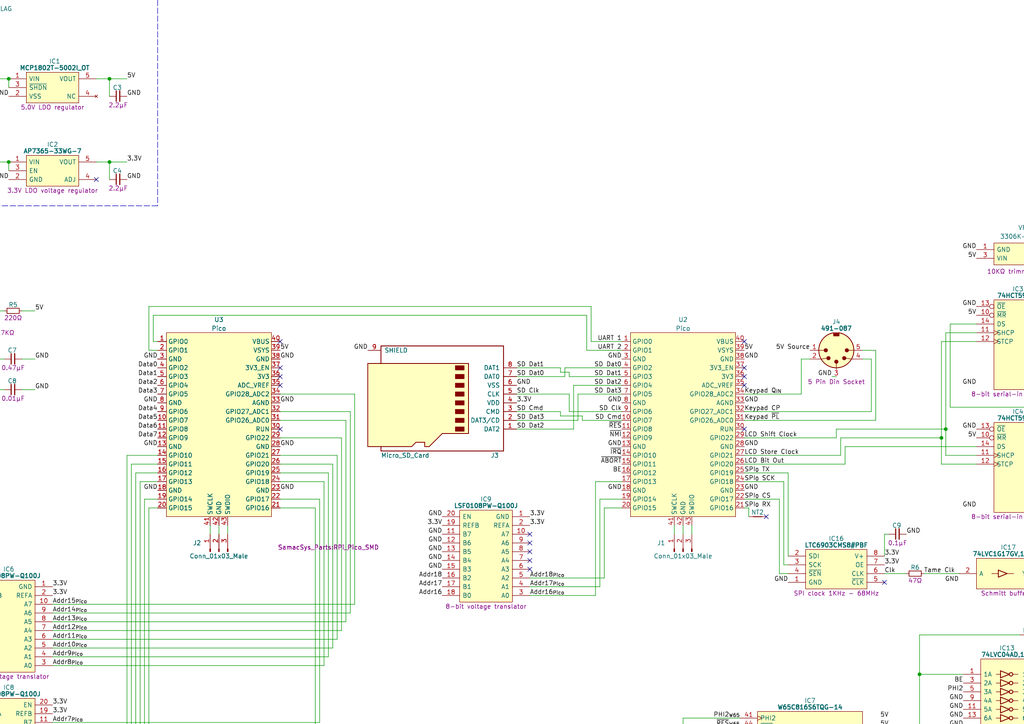
<source format=kicad_sch>
(kicad_sch (version 20211123) (generator eeschema)
  (paper "A4")
  (junction (at 266.7 213.36))
  (junction (at 231.14 285.75))
  (junction (at -2.54 90.17))
  (junction (at -1.27 -16.51))
  (junction (at -44.45 -16.51))
  (junction (at 228.6 283.21))
  (junction (at 266.7 195.58))
  (junction (at -54.61 156.21))
  (junction (at -33.02 -1.27))
  (junction (at 273.05 127))
  (junction (at 243.84 298.45))
  (junction (at -12.7 22.86))
  (junction (at -12.7 46.99))
  (junction (at -44.45 -1.27))
  (junction (at 226.06 280.67))
  (junction (at -33.02 -16.51))
  (junction (at -12.7 27.94))
  (junction (at 30.48 -15.24))
  (junction (at 236.22 290.83))
  (junction (at 31.75 22.86))
  (junction (at 238.76 293.37))
  (junction (at 31.75 46.99))
  (junction (at -25.4 22.86))
  (junction (at -10.16 101.6))
  (junction (at 233.68 288.29))
  (junction (at 2.54 46.99))
  (junction (at -1.27 -1.27))
  (junction (at -2.54 101.6))
  (junction (at 274.32 124.46))
  (junction (at -39.37 33.02))
  (junction (at 2.54 22.86))
  (junction (at 241.3 295.91))
  (no_connect (at 81.28 106.68))
  (no_connect (at 215.9 109.22))
  (no_connect (at 215.9 106.68))
  (no_connect (at 215.9 99.06))
  (no_connect (at 215.9 111.76))
  (no_connect (at 153.67 162.56))
  (no_connect (at 153.67 160.02))
  (no_connect (at 153.67 154.94))
  (no_connect (at 153.67 157.48))
  (no_connect (at 153.67 165.1))
  (no_connect (at 377.19 73.66))
  (no_connect (at 377.19 71.12))
  (no_connect (at 377.19 66.04))
  (no_connect (at 367.03 86.36))
  (no_connect (at 377.19 68.58))
  (no_connect (at 364.49 86.36))
  (no_connect (at 364.49 53.34))
  (no_connect (at 367.03 53.34))
  (no_connect (at 361.95 53.34))
  (no_connect (at 359.41 53.34))
  (no_connect (at 351.79 53.34))
  (no_connect (at 354.33 53.34))
  (no_connect (at 356.87 53.34))
  (no_connect (at 331.47 53.34))
  (no_connect (at 334.01 53.34))
  (no_connect (at 328.93 53.34))
  (no_connect (at 336.55 53.34))
  (no_connect (at 349.25 53.34))
  (no_connect (at 346.71 53.34))
  (no_connect (at 341.63 53.34))
  (no_connect (at 344.17 53.34))
  (no_connect (at 339.09 53.34))
  (no_connect (at 308.61 99.06))
  (no_connect (at 308.61 96.52))
  (no_connect (at 308.61 101.6))
  (no_connect (at 308.61 93.98))
  (no_connect (at 185.42 267.97))
  (no_connect (at 185.42 270.51))
  (no_connect (at -16.51 135.89))
  (no_connect (at 81.28 99.06))
  (no_connect (at -16.51 125.73))
  (no_connect (at 81.28 111.76))
  (no_connect (at 304.8 203.2))
  (no_connect (at 304.8 205.74))
  (no_connect (at 304.8 208.28))
  (no_connect (at 298.45 313.69))
  (no_connect (at 298.45 311.15))
  (no_connect (at 298.45 308.61))
  (no_connect (at 298.45 318.77))
  (no_connect (at 298.45 316.23))
  (no_connect (at 215.9 124.46))
  (no_connect (at 27.94 52.07))
  (no_connect (at 81.28 109.22))
  (no_connect (at 222.25 149.86))
  (no_connect (at 81.28 124.46))
  (no_connect (at 256.54 168.91))
  (no_connect (at -16.51 130.81))
  (no_connect (at 308.61 111.76))
  (wire (pts (xy 201.93 215.9) (xy 201.93 260.35)))
  (wire (pts (xy 283.21 132.08) (xy 274.32 132.08)))
  (wire (pts (xy -1.27 -1.27) (xy -33.02 -1.27)))
  (wire (pts (xy 241.3 295.91) (xy 241.3 323.85)))
  (wire (pts (xy -10.16 101.6) (xy -13.97 101.6)))
  (wire (pts (xy 215.9 147.32) (xy 217.17 147.32)))
  (wire (pts (xy 243.84 127) (xy 273.05 127)))
  (wire (pts (xy 231.14 313.69) (xy 246.38 313.69)))
  (wire (pts (xy -44.45 -16.51) (xy -54.61 -16.51)))
  (wire (pts (xy 172.72 172.72) (xy 172.72 139.7)))
  (wire (pts (xy 45.72 144.78) (xy 41.91 144.78)))
  (wire (pts (xy -44.45 128.27) (xy -41.91 128.27)))
  (wire (pts (xy 280.67 228.6) (xy 255.27 228.6)))
  (wire (pts (xy 243.84 298.45) (xy 243.84 326.39)))
  (wire (pts (xy 278.13 243.84) (xy 255.27 243.84)))
  (wire (pts (xy -60.96 99.06) (xy -60.96 82.55)))
  (wire (pts (xy -39.37 33.02) (xy -25.4 33.02)))
  (wire (pts (xy 228.6 137.16) (xy 228.6 161.29)))
  (wire (pts (xy 214.63 218.44) (xy 203.2 218.44)))
  (wire (pts (xy 60.96 154.94) (xy 60.96 152.4)))
  (wire (pts (xy 252.73 104.14) (xy 250.19 104.14)))
  (wire (pts (xy 99.06 127) (xy 99.06 182.88)))
  (wire (pts (xy 175.26 167.64) (xy 153.67 167.64)))
  (wire (pts (xy -12.7 27.94) (xy -12.7 46.99)))
  (wire (pts (xy 81.28 114.3) (xy 102.87 114.3)))
  (wire (pts (xy 280.67 238.76) (xy 255.27 238.76)))
  (wire (pts (xy 308.61 137.16) (xy 344.17 137.16)))
  (wire (pts (xy 269.24 273.05) (xy 269.24 261.62)))
  (wire (pts (xy 361.95 104.14) (xy 361.95 86.36)))
  (wire (pts (xy 243.84 326.39) (xy 246.38 326.39)))
  (wire (pts (xy -60.96 123.19) (xy -41.91 123.19)))
  (wire (pts (xy -12.7 22.86) (xy 2.54 22.86)))
  (wire (pts (xy 96.52 187.96) (xy 15.24 187.96)))
  (wire (pts (xy 38.1 224.79) (xy 15.24 224.79)))
  (wire (pts (xy 81.28 134.62) (xy 96.52 134.62)))
  (wire (pts (xy 81.28 139.7) (xy 93.98 139.7)))
  (wire (pts (xy 280.67 273.05) (xy 269.24 273.05)))
  (wire (pts (xy 44.45 99.06) (xy 45.72 99.06)))
  (wire (pts (xy 92.71 144.78) (xy 92.71 209.55)))
  (wire (pts (xy 266.7 195.58) (xy 279.4 195.58)))
  (wire (pts (xy 344.17 137.16) (xy 344.17 86.36)))
  (wire (pts (xy 328.93 86.36) (xy 328.93 87.63)))
  (wire (pts (xy 215.9 119.38) (xy 252.73 119.38)))
  (wire (pts (xy 349.25 132.08) (xy 349.25 86.36)))
  (wire (pts (xy 43.18 147.32) (xy 43.18 214.63)))
  (wire (pts (xy 81.28 137.16) (xy 95.25 137.16)))
  (wire (pts (xy 203.2 262.89) (xy 185.42 262.89)))
  (wire (pts (xy 271.78 267.97) (xy 271.78 256.54)))
  (wire (pts (xy 2.54 46.99) (xy 2.54 49.53)))
  (wire (pts (xy -25.4 22.86) (xy -12.7 22.86)))
  (wire (pts (xy 40.64 219.71) (xy 15.24 219.71)))
  (wire (pts (xy 226.06 166.37) (xy 228.6 166.37)))
  (wire (pts (xy 236.22 318.77) (xy 246.38 318.77)))
  (wire (pts (xy 242.57 127) (xy 242.57 124.46)))
  (wire (pts (xy -10.16 101.6) (xy -2.54 101.6)))
  (wire (pts (xy 308.61 132.08) (xy 349.25 132.08)))
  (wire (pts (xy 180.34 121.92) (xy 168.91 121.92)))
  (wire (pts (xy 101.6 119.38) (xy 101.6 177.8)))
  (wire (pts (xy -44.45 99.06) (xy -60.96 99.06)))
  (polyline (pts (xy 45.72 -34.29) (xy 45.72 59.69)))
  (wire (pts (xy 273.05 265.43) (xy 280.67 265.43)))
  (wire (pts (xy -53.34 33.02) (xy -39.37 33.02)))
  (wire (pts (xy 241.3 295.91) (xy 185.42 295.91)))
  (wire (pts (xy 273.05 323.85) (xy 269.24 323.85)))
  (wire (pts (xy 255.27 254) (xy 273.05 254)))
  (wire (pts (xy 27.94 46.99) (xy 31.75 46.99)))
  (wire (pts (xy 320.04 91.44) (xy 320.04 73.66)))
  (wire (pts (xy 185.42 288.29) (xy 233.68 288.29)))
  (wire (pts (xy 274.32 262.89) (xy 274.32 251.46)))
  (wire (pts (xy 250.19 101.6) (xy 254 101.6)))
  (wire (pts (xy 273.05 99.06) (xy 273.05 127)))
  (wire (pts (xy 31.75 22.86) (xy 31.75 27.94)))
  (wire (pts (xy 180.34 109.22) (xy 165.1 109.22)))
  (wire (pts (xy 102.87 175.26) (xy 15.24 175.26)))
  (wire (pts (xy 283.21 93.98) (xy 275.59 93.98)))
  (wire (pts (xy 256.54 161.29) (xy 256.54 154.94)))
  (wire (pts (xy 81.28 121.92) (xy 100.33 121.92)))
  (wire (pts (xy -33.02 -16.51) (xy -26.67 -16.51)))
  (wire (pts (xy 203.2 218.44) (xy 203.2 262.89)))
  (wire (pts (xy 280.67 255.27) (xy 278.13 255.27)))
  (wire (pts (xy 81.28 144.78) (xy 92.71 144.78)))
  (wire (pts (xy 10.16 104.14) (xy 6.35 104.14)))
  (polyline (pts (xy 45.72 59.69) (xy -58.42 59.69)))
  (wire (pts (xy 255.27 213.36) (xy 266.7 213.36)))
  (wire (pts (xy 312.42 118.11) (xy 312.42 147.32)))
  (wire (pts (xy 172.72 139.7) (xy 180.34 139.7)))
  (wire (pts (xy -44.45 -16.51) (xy -44.45 -12.7)))
  (wire (pts (xy 180.34 147.32) (xy 175.26 147.32)))
  (wire (pts (xy 228.6 311.15) (xy 246.38 311.15)))
  (wire (pts (xy 162.56 120.65) (xy 162.56 119.38)))
  (wire (pts (xy -2.54 90.17) (xy -2.54 93.98)))
  (wire (pts (xy -1.27 -8.89) (xy -1.27 -1.27)))
  (wire (pts (xy 270.51 270.51) (xy 280.67 270.51)))
  (wire (pts (xy 144.78 273.05) (xy 187.96 273.05)))
  (wire (pts (xy 331.47 86.36) (xy 331.47 90.17)))
  (wire (pts (xy 167.64 114.3) (xy 167.64 121.92)))
  (wire (pts (xy 180.34 99.06) (xy 171.45 99.06)))
  (wire (pts (xy 275.59 93.98) (xy 275.59 118.11)))
  (wire (pts (xy 255.27 259.08) (xy 270.51 259.08)))
  (wire (pts (xy 204.47 223.52) (xy 204.47 265.43)))
  (wire (pts (xy 168.91 121.92) (xy 168.91 120.65)))
  (wire (pts (xy 214.63 223.52) (xy 204.47 223.52)))
  (wire (pts (xy 198.12 154.94) (xy 198.12 152.4)))
  (wire (pts (xy 166.37 111.76) (xy 166.37 124.46)))
  (wire (pts (xy 171.45 99.06) (xy 171.45 88.9)))
  (wire (pts (xy 278.13 255.27) (xy 278.13 243.84)))
  (wire (pts (xy 166.37 124.46) (xy 149.86 124.46)))
  (wire (pts (xy 359.41 106.68) (xy 359.41 86.36)))
  (wire (pts (xy 269.24 261.62) (xy 255.27 261.62)))
  (wire (pts (xy 81.28 147.32) (xy 91.44 147.32)))
  (wire (pts (xy 283.21 99.06) (xy 273.05 99.06)))
  (wire (pts (xy -33.02 -16.51) (xy -44.45 -16.51)))
  (wire (pts (xy 185.42 252.73) (xy 198.12 252.73)))
  (wire (pts (xy 254 121.92) (xy 215.9 121.92)))
  (wire (pts (xy 356.87 109.22) (xy 356.87 86.36)))
  (wire (pts (xy -44.45 130.81) (xy -44.45 133.35)))
  (wire (pts (xy 101.6 177.8) (xy 15.24 177.8)))
  (wire (pts (xy 162.56 107.95) (xy 162.56 106.68)))
  (wire (pts (xy 31.75 22.86) (xy 36.83 22.86)))
  (wire (pts (xy 170.18 91.44) (xy 44.45 91.44)))
  (wire (pts (xy 280.67 257.81) (xy 276.86 257.81)))
  (wire (pts (xy 283.21 134.62) (xy 273.05 134.62)))
  (wire (pts (xy 255.27 248.92) (xy 275.59 248.92)))
  (wire (pts (xy 320.04 73.66) (xy 308.61 73.66)))
  (wire (pts (xy 231.14 276.86) (xy 231.14 285.75)))
  (wire (pts (xy 198.12 252.73) (xy 198.12 208.28)))
  (wire (pts (xy -10.16 82.55) (xy -10.16 101.6)))
  (wire (pts (xy 199.39 210.82) (xy 199.39 255.27)))
  (wire (pts (xy 312.42 147.32) (xy 308.61 147.32)))
  (wire (pts (xy -60.96 101.6) (xy -60.96 123.19)))
  (wire (pts (xy 273.05 326.39) (xy 269.24 326.39)))
  (polyline (pts (xy 45.72 -34.29) (xy -58.42 -34.29)))
  (wire (pts (xy 341.63 86.36) (xy 341.63 139.7)))
  (wire (pts (xy 175.26 147.32) (xy 175.26 167.64)))
  (wire (pts (xy 187.96 275.59) (xy 185.42 275.59)))
  (wire (pts (xy 233.68 316.23) (xy 246.38 316.23)))
  (wire (pts (xy 273.05 318.77) (xy 269.24 318.77)))
  (wire (pts (xy 308.61 129.54) (xy 351.79 129.54)))
  (wire (pts (xy 41.91 144.78) (xy 41.91 217.17)))
  (wire (pts (xy 81.28 132.08) (xy 97.79 132.08)))
  (wire (pts (xy 45.72 147.32) (xy 43.18 147.32)))
  (wire (pts (xy 30.48 -8.89) (xy -1.27 -8.89)))
  (wire (pts (xy 252.73 119.38) (xy 252.73 104.14)))
  (wire (pts (xy 185.42 293.37) (xy 238.76 293.37)))
  (wire (pts (xy 163.83 109.22) (xy 149.86 109.22)))
  (wire (pts (xy 232.41 104.14) (xy 234.95 104.14)))
  (wire (pts (xy 31.75 46.99) (xy 36.83 46.99)))
  (wire (pts (xy 215.9 144.78) (xy 226.06 144.78)))
  (wire (pts (xy -7.62 99.06) (xy -13.97 99.06)))
  (wire (pts (xy 256.54 166.37) (xy 262.89 166.37)))
  (wire (pts (xy 226.06 280.67) (xy 226.06 276.86)))
  (wire (pts (xy 280.67 233.68) (xy 255.27 233.68)))
  (wire (pts (xy 215.9 114.3) (xy 232.41 114.3)))
  (wire (pts (xy 41.91 217.17) (xy 15.24 217.17)))
  (wire (pts (xy 200.66 154.94) (xy 200.66 152.4)))
  (wire (pts (xy -33.02 -11.43) (xy -33.02 -7.62)))
  (wire (pts (xy 36.83 132.08) (xy 36.83 227.33)))
  (wire (pts (xy 96.52 134.62) (xy 96.52 187.96)))
  (wire (pts (xy 30.48 -17.78) (xy 27.94 -17.78)))
  (wire (pts (xy 30.48 -17.78) (xy 30.48 -15.24)))
  (wire (pts (xy 273.05 254) (xy 273.05 265.43)))
  (wire (pts (xy 93.98 139.7) (xy 93.98 193.04)))
  (wire (pts (xy 273.05 127) (xy 273.05 134.62)))
  (wire (pts (xy 187.96 273.05) (xy 187.96 275.59)))
  (wire (pts (xy 351.79 129.54) (xy 351.79 86.36)))
  (wire (pts (xy 236.22 290.83) (xy 185.42 290.83)))
  (wire (pts (xy 215.9 139.7) (xy 227.33 139.7)))
  (wire (pts (xy -25.4 33.02) (xy -25.4 31.75)))
  (wire (pts (xy 245.11 129.54) (xy 245.11 134.62)))
  (wire (pts (xy -2.54 101.6) (xy -2.54 99.06)))
  (wire (pts (xy 27.94 22.86) (xy 31.75 22.86)))
  (wire (pts (xy -31.75 22.86) (xy -25.4 22.86)))
  (wire (pts (xy 241.3 276.86) (xy 241.3 295.91)))
  (wire (pts (xy 43.18 88.9) (xy 43.18 101.6)))
  (wire (pts (xy 1.27 104.14) (xy -2.54 104.14)))
  (wire (pts (xy -33.02 -1.27) (xy -33.02 -2.54)))
  (wire (pts (xy 270.51 259.08) (xy 270.51 270.51)))
  (wire (pts (xy 295.91 184.15) (xy 266.7 184.15)))
  (wire (pts (xy 63.5 154.94) (xy 63.5 152.4)))
  (wire (pts (xy -1.27 -16.51) (xy 5.08 -16.51)))
  (wire (pts (xy 308.61 106.68) (xy 359.41 106.68)))
  (polyline (pts (xy -58.42 59.69) (xy -58.42 -34.29)))
  (wire (pts (xy 162.56 106.68) (xy 149.86 106.68)))
  (wire (pts (xy 228.6 283.21) (xy 228.6 276.86)))
  (wire (pts (xy 308.61 134.62) (xy 346.71 134.62)))
  (wire (pts (xy 97.79 185.42) (xy 15.24 185.42)))
  (wire (pts (xy 201.93 260.35) (xy 185.42 260.35)))
  (wire (pts (xy -44.45 125.73) (xy -44.45 128.27)))
  (wire (pts (xy -12.7 46.99) (xy -12.7 52.07)))
  (wire (pts (xy 44.45 91.44) (xy 44.45 99.06)))
  (wire (pts (xy 236.22 276.86) (xy 236.22 290.83)))
  (wire (pts (xy 185.42 280.67) (xy 226.06 280.67)))
  (wire (pts (xy 170.18 101.6) (xy 170.18 91.44)))
  (wire (pts (xy 273.05 308.61) (xy 269.24 308.61)))
  (wire (pts (xy 280.67 267.97) (xy 271.78 267.97)))
  (wire (pts (xy 227.33 139.7) (xy 227.33 163.83)))
  (wire (pts (xy 280.67 236.22) (xy 255.27 236.22)))
  (wire (pts (xy 45.72 139.7) (xy 40.64 139.7)))
  (wire (pts (xy -54.61 156.21) (xy -53.34 156.21)))
  (wire (pts (xy 45.72 134.62) (xy 38.1 134.62)))
  (wire (pts (xy 273.05 316.23) (xy 269.24 316.23)))
  (wire (pts (xy 241.3 109.22) (xy 242.57 109.22)))
  (wire (pts (xy 274.32 124.46) (xy 274.32 132.08)))
  (wire (pts (xy -33.02 -1.27) (xy -44.45 -1.27)))
  (wire (pts (xy 331.47 90.17) (xy 327.66 90.17)))
  (wire (pts (xy 275.59 118.11) (xy 312.42 118.11)))
  (wire (pts (xy -60.96 82.55) (xy -10.16 82.55)))
  (wire (pts (xy 10.16 90.17) (xy 6.35 90.17)))
  (wire (pts (xy 245.11 129.54) (xy 283.21 129.54)))
  (wire (pts (xy 15.24 214.63) (xy 43.18 214.63)))
  (wire (pts (xy 163.83 106.68) (xy 163.83 109.22)))
  (wire (pts (xy -53.34 163.83) (xy -54.61 163.83)))
  (wire (pts (xy -44.45 101.6) (xy -60.96 101.6)))
  (wire (pts (xy 173.99 170.18) (xy 153.67 170.18)))
  (wire (pts (xy 245.11 134.62) (xy 215.9 134.62)))
  (wire (pts (xy 266.7 195.58) (xy 266.7 213.36)))
  (wire (pts (xy 336.55 144.78) (xy 336.55 86.36)))
  (wire (pts (xy 215.9 137.16) (xy 228.6 137.16)))
  (wire (pts (xy -41.91 130.81) (xy -44.45 130.81)))
  (wire (pts (xy 226.06 308.61) (xy 226.06 280.67)))
  (wire (pts (xy 233.68 288.29) (xy 233.68 276.86)))
  (wire (pts (xy -2.54 101.6) (xy -2.54 104.14)))
  (wire (pts (xy 200.66 213.36) (xy 214.63 213.36)))
  (wire (pts (xy 238.76 321.31) (xy 246.38 321.31)))
  (wire (pts (xy 30.48 -15.24) (xy 30.48 -8.89)))
  (wire (pts (xy 308.61 109.22) (xy 356.87 109.22)))
  (wire (pts (xy -12.7 22.86) (xy -12.7 27.94)))
  (wire (pts (xy 162.56 119.38) (xy 149.86 119.38)))
  (wire (pts (xy 97.79 132.08) (xy 97.79 185.42)))
  (wire (pts (xy 215.9 132.08) (xy 243.84 132.08)))
  (wire (pts (xy 308.61 127) (xy 354.33 127)))
  (wire (pts (xy 165.1 119.38) (xy 180.34 119.38)))
  (wire (pts (xy -2.54 90.17) (xy 1.27 90.17)))
  (wire (pts (xy -7.62 104.14) (xy -7.62 113.03)))
  (wire (pts (xy -41.91 125.73) (xy -44.45 125.73)))
  (wire (pts (xy 40.64 139.7) (xy 40.64 219.71)))
  (wire (pts (xy -11.43 -16.51) (xy -1.27 -16.51)))
  (wire (pts (xy -54.61 22.86) (xy -46.99 22.86)))
  (wire (pts (xy 168.91 120.65) (xy 162.56 120.65)))
  (wire (pts (xy 214.63 210.82) (xy 199.39 210.82)))
  (wire (pts (xy 217.17 147.32) (xy 217.17 149.86)))
  (wire (pts (xy -7.62 90.17) (xy -7.62 99.06)))
  (wire (pts (xy -13.97 104.14) (xy -7.62 104.14)))
  (wire (pts (xy 36.83 227.33) (xy 15.24 227.33)))
  (wire (pts (xy 227.33 163.83) (xy 228.6 163.83)))
  (wire (pts (xy -7.62 90.17) (xy -2.54 90.17)))
  (wire (pts (xy 280.67 231.14) (xy 255.27 231.14)))
  (wire (pts (xy 165.1 107.95) (xy 162.56 107.95)))
  (wire (pts (xy 231.14 285.75) (xy 231.14 313.69)))
  (wire (pts (xy 267.97 166.37) (xy 278.13 166.37)))
  (wire (pts (xy 185.42 283.21) (xy 228.6 283.21)))
  (wire (pts (xy 273.05 321.31) (xy 269.24 321.31)))
  (wire (pts (xy 328.93 87.63) (xy 327.66 87.63)))
  (wire (pts (xy 232.41 114.3) (xy 232.41 104.14)))
  (wire (pts (xy 165.1 109.22) (xy 165.1 107.95)))
  (wire (pts (xy 256.54 154.94) (xy 257.81 154.94)))
  (wire (pts (xy 2.54 25.4) (xy 2.54 22.86)))
  (wire (pts (xy 45.72 137.16) (xy 39.37 137.16)))
  (wire (pts (xy 100.33 180.34) (xy 15.24 180.34)))
  (wire (pts (xy 236.22 290.83) (xy 236.22 318.77)))
  (wire (pts (xy 243.84 298.45) (xy 243.84 276.86)))
  (wire (pts (xy 165.1 114.3) (xy 165.1 119.38)))
  (wire (pts (xy 215.9 127) (xy 242.57 127)))
  (wire (pts (xy 254 101.6) (xy 254 121.92)))
  (wire (pts (xy 180.34 114.3) (xy 167.64 114.3)))
  (wire (pts (xy 43.18 101.6) (xy 45.72 101.6)))
  (wire (pts (xy 93.98 193.04) (xy 15.24 193.04)))
  (wire (pts (xy 30.48 -15.24) (xy 27.94 -15.24)))
  (wire (pts (xy 199.39 255.27) (xy 185.42 255.27)))
  (wire (pts (xy 354.33 127) (xy 354.33 86.36)))
  (wire (pts (xy 91.44 212.09) (xy 15.24 212.09)))
  (wire (pts (xy 81.28 127) (xy 99.06 127)))
  (wire (pts (xy 339.09 86.36) (xy 339.09 142.24)))
  (wire (pts (xy 246.38 308.61) (xy 226.06 308.61)))
  (wire (pts (xy 339.09 142.24) (xy 308.61 142.24)))
  (wire (pts (xy 274.32 96.52) (xy 274.32 124.46)))
  (wire (pts (xy 238.76 293.37) (xy 238.76 321.31)))
  (wire (pts (xy 102.87 114.3) (xy 102.87 175.26)))
  (wire (pts (xy 346.71 134.62) (xy 346.71 86.36)))
  (wire (pts (xy -39.37 30.48) (xy -39.37 33.02)))
  (wire (pts (xy 276.86 246.38) (xy 255.27 246.38)))
  (wire (pts (xy 238.76 293.37) (xy 238.76 276.86)))
  (wire (pts (xy 283.21 96.52) (xy 274.32 96.52)))
  (wire (pts (xy 149.86 121.92) (xy 167.64 121.92)))
  (wire (pts (xy 280.67 241.3) (xy 255.27 241.3)))
  (wire (pts (xy 243.84 132.08) (xy 243.84 127)))
  (wire (pts (xy 274.32 251.46) (xy 255.27 251.46)))
  (wire (pts (xy 45.72 132.08) (xy 36.83 132.08)))
  (wire (pts (xy -52.07 135.89) (xy -41.91 135.89)))
  (wire (pts (xy 153.67 172.72) (xy 172.72 172.72)))
  (wire (pts (xy 308.61 104.14) (xy 361.95 104.14)))
  (wire (pts (xy 185.42 298.45) (xy 243.84 298.45)))
  (wire (pts (xy 39.37 137.16) (xy 39.37 222.25)))
  (wire (pts (xy 171.45 88.9) (xy 43.18 88.9)))
  (wire (pts (xy 95.25 137.16) (xy 95.25 190.5)))
  (wire (pts (xy 92.71 209.55) (xy 15.24 209.55)))
  (wire (pts (xy 266.7 213.36) (xy 266.7 278.13)))
  (wire (pts (xy -12.7 46.99) (xy 2.54 46.99)))
  (wire (pts (xy -1.27 -17.78) (xy -1.27 -16.51)))
  (wire (pts (xy 198.12 208.28) (xy 214.63 208.28)))
  (wire (pts (xy 304.8 184.15) (xy 300.99 184.15)))
  (wire (pts (xy 173.99 144.78) (xy 173.99 170.18)))
  (wire (pts (xy 99.06 182.88) (xy 15.24 182.88)))
  (wire (pts (xy 180.34 106.68) (xy 163.83 106.68)))
  (wire (pts (xy -53.34 -1.27) (xy -44.45 -1.27)))
  (wire (pts (xy -25.4 24.13) (xy -25.4 22.86)))
  (wire (pts (xy -7.62 113.03) (xy 1.27 113.03)))
  (wire (pts (xy 334.01 91.44) (xy 320.04 91.44)))
  (wire (pts (xy 280.67 226.06) (xy 255.27 226.06)))
  (wire (pts (xy 242.57 124.46) (xy 274.32 124.46)))
  (wire (pts (xy 273.05 313.69) (xy 269.24 313.69)))
  (wire (pts (xy 149.86 114.3) (xy 165.1 114.3)))
  (wire (pts (xy -54.61 -16.51) (xy -54.61 22.86)))
  (wire (pts (xy 31.75 52.07) (xy 31.75 46.99)))
  (wire (pts (xy 334.01 86.36) (xy 334.01 91.44)))
  (wire (pts (xy 275.59 260.35) (xy 280.67 260.35)))
  (wire (pts (xy -54.61 163.83) (xy -54.61 156.21)))
  (wire (pts (xy 266.7 184.15) (xy 266.7 195.58)))
  (wire (pts (xy 308.61 144.78) (xy 336.55 144.78)))
  (wire (pts (xy 100.33 121.92) (xy 100.33 180.34)))
  (wire (pts (xy 226.06 144.78) (xy 226.06 166.37)))
  (wire (pts (xy 180.34 101.6) (xy 170.18 101.6)))
  (wire (pts (xy 280.67 223.52) (xy 255.27 223.52)))
  (wire (pts (xy -44.45 133.35) (xy -41.91 133.35)))
  (wire (pts (xy -53.34 33.02) (xy -53.34 -1.27)))
  (wire (pts (xy -63.5 135.89) (xy -57.15 135.89)))
  (wire (pts (xy 180.34 144.78) (xy 173.99 144.78)))
  (wire (pts (xy 10.16 113.03) (xy 6.35 113.03)))
  (wire (pts (xy 276.86 257.81) (xy 276.86 246.38)))
  (wire (pts (xy 185.42 257.81) (xy 200.66 257.81)))
  (wire (pts (xy 214.63 215.9) (xy 201.93 215.9)))
  (wire (pts (xy 81.28 119.38) (xy 101.6 119.38)))
  (wire (pts (xy 39.37 222.25) (xy 15.24 222.25)))
  (wire (pts (xy 38.1 134.62) (xy 38.1 224.79)))
  (wire (pts (xy 185.42 265.43) (xy 204.47 265.43)))
  (wire (pts (xy 231.14 285.75) (xy 185.42 285.75)))
  (wire (pts (xy 200.66 257.81) (xy 200.66 213.36)))
  (wire (pts (xy 280.67 262.89) (xy 274.32 262.89)))
  (wire (pts (xy 266.7 278.13) (xy 185.42 278.13)))
  (wire (pts (xy 275.59 248.92) (xy 275.59 260.35)))
  (wire (pts (xy 241.3 323.85) (xy 246.38 323.85)))
  (wire (pts (xy 66.04 154.94) (xy 66.04 152.4)))
  (wire (pts (xy 95.25 190.5) (xy 15.24 190.5)))
  (wire (pts (xy -44.45 -1.27) (xy -44.45 -5.08)))
  (wire (pts (xy 271.78 256.54) (xy 255.27 256.54)))
  (wire (pts (xy 180.34 111.76) (xy 166.37 111.76)))
  (wire (pts (xy -55.88 156.21) (xy -54.61 156.21)))
  (wire (pts (xy 195.58 154.94) (xy 195.58 152.4)))
  (wire (pts (xy 341.63 139.7) (xy 308.61 139.7)))
  (wire (pts (xy 91.44 147.32) (xy 91.44 212.09)))
  (wire (pts (xy 273.05 311.15) (xy 269.24 311.15)))
  (wire (pts (xy 228.6 283.21) (xy 228.6 311.15)))
  (wire (pts (xy 233.68 288.29) (xy 233.68 316.23)))
  (text "Power" (at -7.62 13.97 0) (effects (font (size 1.27 1.27) (thickness 0.254) bold) (justify left bottom)))
  (label "~{ABORT}" (at 180.34 134.62 180))
  (label "GND" (at 180.34 142.24 180))
  (label "DB3" (at 316.23 129.54 0))
  (label "GND" (at 283.21 88.9 180))
  (label "Addr2" (at 303.53 267.97 0))
  (label "~{IRQ}_{W65}" (at 214.63 215.9 180))
  (label "5V Forward" (at -44.45 -16.51 0))
  (label "Addr15" (at -10.16 175.26 180))
  (label "3.3V" (at 15.24 172.72 0))
  (label "BE" (at 279.4 198.12 180))
  (label "Data2" (at 160.02 293.37 180))
  (label "Addr15" (at 328.93 223.52 180))
  (label "RDY" (at 214.63 220.98 180))
  (label "3.3V" (at 15.24 207.01 0))
  (label "3.3V" (at 15.24 204.47 0))
  (label "Data5" (at 45.72 121.92 180))
  (label "3.3V" (at 128.27 152.4 180))
  (label "~{IRQ}" (at 180.34 132.08 180))
  (label "5V" (at 185.42 241.3 0))
  (label "GND" (at 283.21 111.76 180))
  (label "Addr7_{Pico}" (at 15.24 209.55 0))
  (label "5V" (at 327.66 90.17 180))
  (label "DB5" (at 316.23 109.22 0))
  (label "3.3V" (at 328.93 213.36 180))
  (label "Keypad Q_{IN}" (at 215.9 114.3 0))
  (label "Addr11" (at -10.16 185.42 180))
  (label "GND" (at 128.27 165.1 180))
  (label "Addr1_{Pico}" (at 15.24 224.79 0))
  (label "GND" (at 149.86 111.76 0))
  (label "Data6" (at 160.02 283.21 180))
  (label "~{ABORT}_{W65}" (at 214.63 218.44 180))
  (label "GND" (at 36.83 52.07 0))
  (label "Data1" (at 355.6 274.32 270))
  (label "Addr15_{W65}" (at 255.27 223.52 0))
  (label "GND" (at 279.4 203.2 180))
  (label "Data3" (at 350.52 274.32 270))
  (label "GND" (at 160.02 307.34 180))
  (label "GND" (at 283.21 72.39 180))
  (label "Data3_{W65}" (at 223.52 290.83 180))
  (label "3.3V" (at 153.67 149.86 0))
  (label "GND" (at -10.16 204.47 180))
  (label "Addr12" (at 303.53 231.14 0))
  (label "Addr8" (at 328.93 241.3 180))
  (label "3.3V" (at 368.3 210.82 0))
  (label "SD Clk" (at 149.86 114.3 0))
  (label "SD Dat1" (at 149.86 106.68 0))
  (label "~{VP}" (at 255.27 220.98 0))
  (label "LCD Store Clock" (at 215.9 132.08 0))
  (label "Data0_{W65}" (at 223.52 298.45 180))
  (label "GND" (at 81.28 142.24 0))
  (label "Addr13_{Pico}" (at 15.24 180.34 0))
  (label "Addr14_{W65}" (at 255.27 226.06 0))
  (label "GND" (at -40.64 33.02 180))
  (label "5V" (at 255.27 208.28 0))
  (label "Addr9" (at 303.53 238.76 0))
  (label "Addr2_{Pico}" (at 15.24 222.25 0))
  (label "Addr4_{Pico}" (at 15.24 217.17 0))
  (label "DB0" (at 316.23 137.16 0))
  (label "Addr4" (at -10.16 217.17 180))
  (label "GND" (at 328.93 264.16 180))
  (label "~{PHI2}" (at 304.8 200.66 0))
  (label "GND" (at 45.72 129.54 180))
  (label "SD Clk" (at 180.34 119.38 180))
  (label "Data3" (at 45.72 114.3 180))
  (label "5V" (at 308.61 124.46 0))
  (label "Data2" (at 353.06 274.32 270))
  (label "~{RES}" (at 160.02 255.27 180))
  (label "~{PHI2}" (at 273.05 306.07 180))
  (label "Addr10_{Pico}" (at 15.24 187.96 0))
  (label "3.3V" (at 36.83 46.99 0))
  (label "VPA" (at 255.27 218.44 0))
  (label "Addr10_{W65}" (at 255.27 236.22 0))
  (label "Data7" (at 45.72 127 180))
  (label "UART 1" (at 180.34 99.06 180))
  (label "Addr7_{W65}" (at 255.27 243.84 0))
  (label "Addr7" (at 303.53 255.27 0))
  (label "Addr11_{W65}" (at 255.27 233.68 0))
  (label "Data2" (at 45.72 111.76 180))
  (label "Data5" (at 345.44 274.32 270))
  (label "BE" (at 180.34 137.16 180))
  (label "GND" (at 185.42 302.26 0))
  (label "Data0" (at 45.72 106.68 180))
  (label "~{RES}" (at 180.34 124.46 180))
  (label "SD Dat2" (at 149.86 124.46 0))
  (label "GND" (at 214.63 269.24 180))
  (label "BE" (at 160.02 265.43 180))
  (label "GND" (at 214.63 264.16 180))
  (label "Addr17" (at 328.93 218.44 180))
  (label "GND" (at 328.93 266.7 180))
  (label "Addr12" (at 328.93 231.14 180))
  (label "Data2_{W65}" (at 223.52 293.37 180))
  (label "R~{W" (at 439.42 243.84 0))
  (label "~{LED Enable}" (at -55.88 156.21 180))
  (label "~{NMI}" (at 160.02 257.81 180))
  (label "5V Source" (at 234.95 101.6 180))
  (label "Addr15" (at 303.53 223.52 0))
  (label "SPI_{0} SCK" (at 215.9 139.7 0))
  (label "3.3V" (at 160.02 241.3 180))
  (label "Addr0" (at 328.93 261.62 180))
  (label "GND" (at 327.66 87.63 180))
  (label "LCD Shift Clock" (at 215.9 127 0))
  (label "5V" (at 185.42 250.19 0))
  (label "Addr9" (at -10.16 190.5 180))
  (label "VDA" (at 439.42 246.38 0))
  (label "Addr5_{W65}" (at 255.27 248.92 0))
  (label "GND" (at 128.27 149.86 180))
  (label "R~{W}" (at 316.23 142.24 0))
  (label "Addr5_{Pico}" (at 15.24 214.63 0))
  (label "M~{X}" (at 439.42 261.62 0))
  (label "Addr8_{Pico}" (at 15.24 193.04 0))
  (label "Addr6_{Pico}" (at 15.24 212.09 0))
  (label "GND" (at -16.51 123.19 0))
  (label "GND" (at 180.34 116.84 180))
  (label "Addr1" (at -10.16 224.79 180))
  (label "GND" (at -7.62 27.94 0))
  (label "Addr14" (at 328.93 226.06 180))
  (label "SD Dat0" (at 180.34 106.68 180))
  (label "GND" (at -44.45 96.52 180))
  (label "~{PHI2}" (at 119.38 274.32 180))
  (label "SD Dat3" (at 180.34 114.3 180))
  (label "GND" (at 2.54 52.07 180))
  (label "PHI2_{W65}" (at 214.63 208.28 180))
  (label "Addr9_{W65}" (at 255.27 238.76 0))
  (label "RDY" (at 439.42 254 0))
  (label "Addr3" (at -10.16 219.71 180))
  (label "GND" (at 278.13 168.91 180))
  (label "Addr3" (at 328.93 254 180))
  (label "GND" (at 160.02 302.26 180))
  (label "Addr8" (at -10.16 193.04 180))
  (label "PHI2" (at 279.4 200.66 180))
  (label "GND" (at 273.05 328.93 180))
  (label "SD Dat0" (at 149.86 109.22 0))
  (label "Data4_{W65}" (at 223.52 288.29 180))
  (label "Addr15_{Pico}" (at 15.24 175.26 0))
  (label "Clk" (at 256.54 166.37 0))
  (label "Tame Clk" (at 267.97 166.37 0))
  (label "Addr7" (at 328.93 243.84 180))
  (label "Data6" (at 45.72 124.46 180))
  (label "Addr5" (at 328.93 248.92 180))
  (label "Addr9_{Pico}" (at 15.24 190.5 0))
  (label "SD Dat1" (at 180.34 109.22 180))
  (label "Data7" (at 160.02 280.67 180))
  (label "E" (at 316.23 139.7 0))
  (label "Addr3_{W65}" (at 255.27 254 0))
  (label "~{ML}" (at 439.42 256.54 0))
  (label "Addr12" (at -10.16 182.88 180))
  (label "GND" (at 283.21 147.32 180))
  (label "BE_{W65}" (at 214.63 223.52 180))
  (label "Data3" (at 160.02 290.83 180))
  (label "SPI_{0} TX" (at 215.9 137.16 0))
  (label "GND" (at 180.34 104.14 180))
  (label "~{NMI}_{W65}" (at 214.63 213.36 180))
  (label "5V" (at 215.9 101.6 0))
  (label "GND" (at 81.28 129.54 0))
  (label "Addr11" (at 328.93 233.68 180))
  (label "~{WE}" (at 328.93 210.82 180))
  (label "3.3V" (at 368.3 208.28 0))
  (label "Addr0_{Pico}" (at 15.24 227.33 0))
  (label "PHI2" (at 303.53 166.37 0))
  (label "Addr10" (at 303.53 236.22 0))
  (label "DB6" (at 316.23 106.68 0))
  (label "3.3V" (at 15.24 170.18 0))
  (label "Data6" (at 342.9 274.32 270))
  (label "Addr18" (at 128.27 167.64 180))
  (label "Addr17_{Pico}" (at 153.67 170.18 0))
  (label "GND" (at 279.4 205.74 180))
  (label "5V" (at -44.45 104.14 180))
  (label "GND" (at -16.51 133.35 0))
  (label "Addr0" (at -10.16 227.33 180))
  (label "Data5" (at 160.02 285.75 180))
  (label "Data4" (at 45.72 119.38 180))
  (label "Keypad CP" (at 215.9 119.38 0))
  (label "Data0" (at 358.14 274.32 270))
  (label "5V" (at 283.21 74.93 180))
  (label "5V" (at -13.97 96.52 0))
  (label "Addr5" (at -10.16 214.63 180))
  (label "~{BE}" (at 119.38 271.78 180))
  (label "V_{0}" (at 308.61 73.66 0))
  (label "GND" (at 128.27 157.48 180))
  (label "Addr4" (at 303.53 262.89 0))
  (label "~{VP}" (at 439.42 251.46 0))
  (label "Addr0" (at 303.53 273.05 0))
  (label "Addr13_{W65}" (at 255.27 228.6 0))
  (label "M~{X}" (at 255.27 269.24 0))
  (label "Data4" (at 347.98 274.32 270))
  (label "Addr17" (at 298.45 323.85 0))
  (label "SPI_{0} CS" (at 215.9 144.78 0))
  (label "Addr18_{Pico}" (at 153.67 167.64 0))
  (label "RS" (at 316.23 144.78 0))
  (label "~{BE}" (at 273.05 303.53 180))
  (label "5V" (at -48.26 163.83 0))
  (label "GND" (at 215.9 142.24 0))
  (label "GND" (at 185.42 247.65 0))
  (label "Addr2_{W65}" (at 255.27 256.54 0))
  (label "~{BE}" (at 304.8 198.12 0))
  (label "Addr17" (at 128.27 170.18 180))
  (label "3.3V" (at 149.86 116.84 0))
  (label "Addr14" (at 303.53 226.06 0))
  (label "GND" (at 215.9 104.14 0))
  (label "300Hz" (at -63.5 135.89 180))
  (label "~{OE}" (at 328.93 208.28 180))
  (label "Data0" (at 160.02 298.45 180))
  (label "GND" (at -41.91 138.43 180))
  (label "3.3V" (at -10.16 172.72 180))
  (label "3.3V" (at 303.53 163.83 0))
  (label "UART 2" (at 180.34 101.6 180))
  (label "~{ABORT}" (at 160.02 262.89 180))
  (label "3.3V" (at 298.45 303.53 0))
  (label "SPI_{0} RX" (at 215.9 147.32 0))
  (label "Addr6" (at 303.53 257.81 0))
  (label "~{NMI}" (at 180.34 127 180))
  (label "~{WE}" (at 304.8 184.15 0))
  (label "Addr5" (at 303.53 260.35 0))
  (label "GND" (at 10.16 113.03 0))
  (label "GND" (at 214.63 266.7 180))
  (label "Addr4" (at 328.93 251.46 180))
  (label "R~{W" (at 255.27 213.36 0))
  (label "GND" (at 283.21 124.46 180))
  (label "Data5_{W65}" (at 223.52 285.75 180))
  (label "SD Cmd" (at 149.86 119.38 0))
  (label "Addr12_{Pico}" (at 15.24 182.88 0))
  (label "3.3V" (at 144.78 270.51 0))
  (label "Addr3_{Pico}" (at 15.24 219.71 0))
  (label "SD Cmd" (at 180.34 121.92 180))
  (label "5V" (at 10.16 90.17 0))
  (label "GND" (at 45.72 142.24 180))
  (label "Addr16" (at 298.45 326.39 0))
  (label "~{RES}_{W65}" (at 214.63 210.82 180))
  (label "3.3V" (at -10.16 207.01 180))
  (label "GND" (at 119.38 276.86 180))
  (label "Data1_{W65}" (at 223.52 295.91 180))
  (label "GND" (at 160.02 304.8 180))
  (label "~{ML}" (at 255.27 264.16 0))
  (label "GND" (at 36.83 27.94 0))
  (label "5V" (at 308.61 88.9 0))
  (label "~{IRQ}" (at 160.02 260.35 180))
  (label "Addr11_{Pico}" (at 15.24 185.42 0))
  (label "GND" (at 279.4 210.82 180))
  (label "Addr8_{W65}" (at 255.27 241.3 0))
  (label "Addr16_{Pico}" (at 153.67 172.72 0))
  (label "GND" (at 128.27 154.94 180))
  (label "E" (at 439.42 259.08 0))
  (label "GND" (at 106.68 101.6 180))
  (label "SD Dat3" (at 149.86 121.92 0))
  (label "Addr1" (at 303.53 270.51 0))
  (label "Addr13" (at -10.16 180.34 180))
  (label "Data6_{W65}" (at 223.52 283.21 180))
  (label "5V" (at 81.28 101.6 0))
  (label "DB7" (at 316.23 104.14 0))
  (label "GND" (at 180.34 129.54 180))
  (label "Addr14" (at -10.16 177.8 180))
  (label "Data1" (at 160.02 295.91 180))
  (label "GND" (at 81.28 104.14 0))
  (label "DB4" (at 316.23 127 0))
  (label "Addr7" (at -10.16 209.55 180))
  (label "5V Source" (at -12.7 22.86 0))
  (label "Addr18" (at 298.45 321.31 0))
  (label "DB2" (at 316.23 132.08 0))
  (label "3.3V" (at 256.54 161.29 0))
  (label "Addr1" (at 328.93 259.08 180))
  (label "Data4" (at 160.02 288.29 180))
  (label "GND" (at -7.62 52.07 0))
  (label "GND" (at -27.94 156.21 0))
  (label "5V" (at 283.21 127 180))
  (label "Addr10" (at 328.93 236.22 180))
  (label "Addr8" (at 303.53 241.3 0))
  (label "Addr16" (at 128.27 172.72 180))
  (label "Data7" (at 340.36 274.32 270))
  (label "Addr10" (at -10.16 187.96 180))
  (label "Addr3" (at 303.53 265.43 0))
  (label "GND" (at 185.42 304.8 0))
  (label "VPA" (at 439.42 248.92 0))
  (label "5V" (at -16.51 120.65 0))
  (label "GND" (at 228.6 168.91 180))
  (label "Addr4_{W65}" (at 255.27 251.46 0))
  (label "Addr13" (at 303.53 228.6 0))
  (label "5V" (at 36.83 22.86 0))
  (label "GND" (at 185.42 309.88 0))
  (label "GND" (at 262.89 154.94 0))
  (label "3.3V" (at 256.54 163.83 0))
  (label "GND" (at 160.02 267.97 180))
  (label "Addr12_{W65}" (at 255.27 231.14 0))
  (label "Addr2" (at -10.16 222.25 180))
  (label "GND" (at 81.28 116.84 0))
  (label "Addr6" (at 328.93 246.38 180))
  (label "GND" (at 10.16 104.14 0))
  (label "GND" (at 128.27 162.56 180))
  (label "GND" (at 241.3 109.22 180))
  (label "E" (at 255.27 266.7 0))
  (label "GND" (at 2.54 27.94 180))
  (label "GND" (at 160.02 309.88 180))
  (label "Addr11" (at 303.53 233.68 0))
  (label "3.3V" (at 153.67 152.4 0))
  (label "Addr0_{W65}" (at 255.27 261.62 0))
  (label "VDA" (at 255.27 215.9 0))
  (label "Addr9" (at 328.93 238.76 180))
  (label "Addr1_{W65}" (at 255.27 259.08 0))
  (label "Addr6" (at -10.16 212.09 180))
  (label "PHI2" (at 160.02 252.73 180))
  (label "DB1" (at 316.23 134.62 0))
  (label "5V" (at 283.21 91.44 180))
  (label "GND" (at 160.02 270.51 180))
  (label "GND" (at 45.72 116.84 180))
  (label "GND" (at 215.9 116.84 0))
  (label "Addr18" (at 328.93 215.9 180))
  (label "GND" (at 215.9 129.54 0))
  (label "Data1" (at 45.72 109.22 180))
  (label "5V" (at 185.42 243.84 0))
  (label "GND" (at -16.51 128.27 0))
  (label "GND" (at 45.72 104.14 180))
  (label "Addr16" (at 328.93 220.98 180))
  (label "3.3V" (at 160.02 243.84 180))
  (label "GND" (at 279.4 208.28 180))
  (label "LCD Bit Out" (at 215.9 134.62 0))
  (label "GND" (at 185.42 307.34 0))
  (label "GND" (at -10.16 170.18 180))
  (label "3.3V" (at 304.8 193.04 0))
  (label "Addr14_{Pico}" (at 15.24 177.8 0))
  (label "~{OE}" (at 304.8 195.58 0))
  (label "Addr6_{W65}" (at 255.27 246.38 0))
  (label "Addr13" (at 328.93 228.6 180))
  (label "Addr2" (at 328.93 256.54 180))
  (label "Data7_{W65}" (at 223.52 280.67 180))
  (label "SD Dat2" (at 180.34 111.76 180))
  (label "Keypad ~{PL}" (at 215.9 121.92 0))
  (label "~{BE}+~{PHI2}" (at 144.78 273.05 0))
  (label "GND" (at 128.27 160.02 180))
  (label "5V" (at 255.27 210.82 0))
  (symbol (lib_id "RS_Components:491-087") (at 234.95 101.6 0) (unit 1)
    (property "Reference" "J4" (at 242.57 93.345 0))
    (property "Value" "491-087" (at 242.57 95.25 0) (effects (font bold)))
    (property "Footprint" "491087" (effects hide))
    (property "Description" "5 Pin Din Socket" (at 242.57 110.744 0))
    (property "Height" "19.6" (effects hide))
    (property "Manufacturer_Name" "RS Components" (effects hide))
    (property "Manufacturer_Part_Number" "491-087" (effects hide))
  )
  (symbol (lib_id "Bourns:4816P-1-470LF") (at 269.24 308.61 0) (mirror y) (unit 1)
    (property "Reference" "RN1" (at 257.81 302.26 0))
    (property "Value" "4816P-1-470LF" (at 257.81 304.8 0))
    (property "Footprint" "SOIC127P762X240-16N" (effects hide))
    (property "Datasheet" "https://componentsearchengine.com/Datasheets/1/4816P-1-470LF.pdf" (effects hide))
    (property "Description" "47Ω 8-array resistor" (at 257.81 330.2 0))
    (property "Height" "2.4" (effects hide))
    (property "Manufacturer_Name" "Bourns" (effects hide))
    (property "Manufacturer_Part_Number" "4816P-1-470LF" (effects hide))
    (property "Mouser Part Number" "652-4816P-1LF-47" (effects hide))
    (property "Mouser Price/Stock" "https://www.mouser.co.uk/ProductDetail/Bourns/4816P-1-470LF?qs=mkjPM10ZYVYQYl61r%252BeeAg%3D%3D" (effects hide))
    (property "Arrow Part Number" "4816P-1-470LF" (effects hide))
    (property "Arrow Price/Stock" "https://www.arrow.com/en/products/4816p-1-470lf/bourns" (effects hide))
  )
  (symbol (lib_id "HCP65:NetTie") (at 217.17 149.86 0) (unit 1)
    (property "Reference" "NT2" (at 219.71 148.59 0))
    (property "Value" "NetTie" (effects hide))
    (property "Footprint" "NetTie:NetTie-2_SMD_Pad0.5mm" (effects hide))
  )
  (symbol (lib_id "Device:C_Polarized") (at -25.4 27.94 0) (unit 1)
    (property "Reference" "C6" (at -24.765 25.4 0) (effects (justify left)))
    (property "Value" "C_Polarized" (effects hide))
    (property "Footprint" "SamacSys_Parts:CP_Radial_D8.0mm_P3.80mm" (effects hide))
    (property "Description" "330μF 16V" (at -26.67 30.48 0))
  )
  (symbol (lib_id "Nexperia:74ALVC164245DGG,11") (at 185.42 241.3 0) (mirror y) (unit 1)
    (property "Reference" "IC5" (at 172.72 236.22 0))
    (property "Value" "74ALVC164245DGG,11" (at 172.72 238.125 0) (effects (font bold)))
    (property "Footprint" "SOP50P810X120-48N" (effects hide))
    (property "Datasheet" "https://assets.nexperia.com/documents/data-sheet/74ALVC164245.pdf" (effects hide))
    (property "Description" "16-bit translating transceiver" (at 172.72 313.055 0))
    (property "Height" "1.2" (effects hide))
    (property "Mouser Part Number" "771-74ALVC164245" (effects hide))
    (property "Mouser Price/Stock" "https://www.mouser.co.uk/ProductDetail/Nexperia/74ALVC164245DGG11?qs=odJ8N4Y39o4j0ykFPcnqaQ%3D%3D" (effects hide))
    (property "Manufacturer_Name" "Nexperia" (effects hide))
    (property "Manufacturer_Part_Number" "74ALVC164245DGG:11" (effects hide))
  )
  (symbol (lib_id "WDC:W65C816S6TQG-14") (at 214.63 208.28 0) (unit 1)
    (property "Reference" "IC7" (at 234.95 203.2 0))
    (property "Value" "W65C816S6TQG-14" (at 234.95 205.105 0) (effects (font bold)))
    (property "Footprint" "SamacSys_Parts:W65C816 PLCC 0.8mm 44 Pin" (effects hide))
    (property "Datasheet" "https://componentsearchengine.com/Datasheets/1/W65C816S6TQG-14.pdf" (effects hide))
    (property "Description" "W65C816" (at 234.95 238.76 0))
    (property "Height" "4.57" (effects hide))
    (property "Mouser Part Number" "955-W65C816S6TQG-14" (effects hide))
    (property "Mouser Price/Stock" "https://www.mouser.co.uk/ProductDetail/Western-Design-Center-WDC/W65C816S6TQG-14?qs=9lcNTSmDlCpDFNJ8GRf7eQ%3D%3D" (effects hide))
    (property "Manufacturer_Name" "Western Design Center (WDC)" (effects hide))
    (property "Manufacturer_Part_Number" "W65C816S6TQG-14" (effects hide))
  )
  (symbol (lib_id "Nexperia:74LVC04AD,118") (at 279.4 195.58 0) (unit 1)
    (property "Reference" "IC13" (at 292.1 187.96 0))
    (property "Value" "74LVC04AD,118" (at 292.1 189.865 0) (effects (font bold)))
    (property "Footprint" "SOIC127P600X175-14N" (effects hide))
    (property "Datasheet" "https://assets.nexperia.com/documents/data-sheet/74LVC04A.pdf" (effects hide))
    (property "Description" "inverter" (at 292.1 213.995 0))
    (property "Height" "1.75" (effects hide))
    (property "Mouser Part Number" "771-74LVC04AD-T" (effects hide))
    (property "Mouser Price/Stock" "https://www.mouser.co.uk/ProductDetail/Nexperia/74LVC04AD118?qs=me8TqzrmIYWth3Q0Nudt8A%3D%3D" (effects hide))
    (property "Manufacturer_Name" "Nexperia" (effects hide))
    (property "Manufacturer_Part_Number" "74LVC04AD,118" (effects hide))
  )
  (symbol (lib_id "HCP65:C_0805") (at -12.7 52.07 0) (unit 1)
    (property "Reference" "C2" (at -10.414 49.53 0))
    (property "Value" "C_0805" (effects hide))
    (property "Footprint" "SamacSys_Parts:C_0805" (effects hide))
    (property "Description" "1.0µF" (at -10.16 54.61 0))
  )
  (symbol (lib_id "Alliance:AS7C34096A-8TIN") (at 328.93 208.28 0) (unit 1)
    (property "Reference" "IC14" (at 347.98 203.2 0))
    (property "Value" "AS7C34096A-8TIN" (at 347.98 205.105 0) (effects (font bold)))
    (property "Footprint" "SOP80P1176X120-44N" (effects hide))
    (property "Datasheet" "https://www.alliancememory.com/wp-content/uploads/pdf/sram/fa/AS7C34096A-8TINrev1.3.pdf" (effects hide))
    (property "Description" "512K 8-bit SRAM" (at 348.615 238.125 0))
    (property "Height" "1.2" (effects hide))
    (property "Manufacturer_Name" "Alliance Memory" (effects hide))
    (property "Manufacturer_Part_Number" "AS7C34096A-8TIN" (effects hide))
    (property "Mouser Part Number" "913-AS7C34096A-8TIN" (effects hide))
    (property "Mouser Price/Stock" "https://www.mouser.co.uk/ProductDetail/Alliance-Memory/AS7C34096A-8TIN?qs=iyLo5FA4poBS8QHXJOzn5g%3D%3D" (effects hide))
  )
  (symbol (lib_id "HCP65:R_0805") (at 1.27 90.17 0) (unit 1)
    (property "Reference" "R5" (at 3.81 88.392 0))
    (property "Value" "R_0805" (effects hide))
    (property "Footprint" "SamacSys_Parts:R_0805" (effects hide))
    (property "Description" "220Ω" (at 3.81 92.202 0))
  )
  (symbol (lib_id "Connector:Conn_01x03_Male") (at 198.12 160.02 90) (unit 1)
    (property "Reference" "J1" (at 191.77 157.48 90))
    (property "Value" "Conn_01x03_Male" (at 198.12 161.29 90))
    (property "Footprint" "Connector_PinHeader_2.54mm:PinHeader_1x03_P2.54mm_Vertical" (effects hide))
  )
  (symbol (lib_id "Diodes_Inc:AP7365-33WG-7") (at 2.54 46.99 0) (unit 1)
    (property "Reference" "IC2" (at 15.24 41.91 0))
    (property "Value" "AP7365-33WG-7" (at 15.24 43.815 0) (effects (font bold)))
    (property "Footprint" "SOT95P285X130-5N" (effects hide))
    (property "Datasheet" "https://componentsearchengine.com/Datasheets/1/AP7365-33WG-7.pdf" (effects hide))
    (property "Description" "3.3V LDO voltage regulator" (at 15.24 55.245 0))
    (property "Height" "1.3" (effects hide))
    (property "Manufacturer_Name" "Diodes Inc." (effects hide))
    (property "Manufacturer_Part_Number" "AP7365-33WG-7" (effects hide))
    (property "Mouser Part Number" "621-AP7365-33WG-7" (effects hide))
    (property "Mouser Price/Stock" "https://www.mouser.co.uk/ProductDetail/Diodes-Incorporated/AP7365-33WG-7?qs=abZ1nkZpTuOZFvxvoFPL0w%3D%3D" (effects hide))
    (property "Arrow Part Number" "AP7365-33WG-7" (effects hide))
    (property "Arrow Price/Stock" "https://www.arrow.com/en/products/ap7365-33wg-7/diodes-incorporated?region=nac" (effects hide))
    (property "Silkscreen" "AP7365" (effects hide))
  )
  (symbol (lib_id "Device:C_Polarized") (at -44.45 -8.89 0) (unit 1)
    (property "Reference" "C5" (at -43.815 -11.43 0) (effects (justify left)))
    (property "Value" "C_Polarized" (effects hide))
    (property "Footprint" "SamacSys_Parts:CP_Radial_D8.0mm_P3.80mm" (effects hide))
    (property "Description" "100μF 50V" (at -45.72 -6.35 0))
  )
  (symbol (lib_id "NMTC:NMTC-S16205DRGHS-07") (at 332.74 31.75 0) (unit 1)
    (property "Reference" "DS1" (at 368.3 53.34 0) (effects (justify left)))
    (property "Value" "NMTC-S16205DRGHS-07" (at 368.3 55.88 0) (effects (justify left)))
    (property "Footprint" "NMTCS16205DRGHS07_1" (effects hide))
    (property "Description" "LCD Character Display Modules & Accessories Gray Reflective" (effects hide))
    (property "Mouser Part Number" "668-NC-S16205DRGHS" (effects hide))
    (property "Mouser Price/Stock" "https://www.mouser.co.uk/ProductDetail/Microtips-Technology/NMTC-S16205DRGHS-07?qs=wd5RIQLrsJjrkTMKolxTdA%3D%3D" (effects hide))
    (property "Manufacturer_Name" "Microtips Technology" (effects hide))
    (property "Manufacturer_Part_Number" "NMTC-S16205DRGHS-07" (effects hide))
  )
  (symbol (lib_id "Raspberry:Pico") (at 198.12 123.19 0) (unit 1)
    (property "Reference" "U2" (at 198.12 92.71 0))
    (property "Value" "Pico" (at 198.12 95.25 0))
    (property "Footprint" "SamacSys_Parts:RPi_Pico_SMD" (effects hide))
  )
  (symbol (lib_id "HCP65:R_0805") (at 262.89 166.37 0) (unit 1)
    (property "Reference" "R6" (at 265.43 164.592 0))
    (property "Value" "R_0805" (effects hide))
    (property "Footprint" "SamacSys_Parts:R_0805" (effects hide))
    (property "Description" "47Ω" (at 265.43 168.402 0))
  )
  (symbol (lib_id "Bourns:4816P-1-470LF") (at 280.67 255.27 0) (unit 1)
    (property "Reference" "RN3" (at 292.1 248.92 0))
    (property "Value" "4816P-1-470LF" (at 292.1 251.46 0))
    (property "Footprint" "SOIC127P762X240-16N" (effects hide))
    (property "Datasheet" "https://componentsearchengine.com/Datasheets/1/4816P-1-470LF.pdf" (effects hide))
    (property "Description" "47Ω 8-array resistor" (at 292.1 276.86 0))
    (property "Height" "2.4" (effects hide))
    (property "Manufacturer_Name" "Bourns" (effects hide))
    (property "Manufacturer_Part_Number" "4816P-1-470LF" (effects hide))
    (property "Mouser Part Number" "652-4816P-1LF-47" (effects hide))
    (property "Mouser Price/Stock" "https://www.mouser.co.uk/ProductDetail/Bourns/4816P-1-470LF?qs=mkjPM10ZYVYQYl61r%252BeeAg%3D%3D" (effects hide))
    (property "Arrow Part Number" "4816P-1-470LF" (effects hide))
    (property "Arrow Price/Stock" "https://www.arrow.com/en/products/4816p-1-470lf/bourns" (effects hide))
  )
  (symbol (lib_id "Connector:Conn_01x03_Male") (at 63.5 160.02 90) (unit 1)
    (property "Reference" "J2" (at 57.15 157.48 90))
    (property "Value" "Conn_01x03_Male" (at 63.5 161.29 90))
    (property "Footprint" "Connector_PinHeader_2.54mm:PinHeader_1x03_P2.54mm_Vertical" (effects hide))
  )
  (symbol (lib_id "Analog_Devices:LTC6903CMS8#PBF") (at 228.6 161.29 0) (unit 1)
    (property "Reference" "IC16" (at 242.57 156.21 0))
    (property "Value" "LTC6903CMS8#PBF" (at 242.57 158.115 0) (effects (font bold)))
    (property "Footprint" "SOP65P490X110-8N" (effects hide))
    (property "Datasheet" "https://www.analog.com/media/en/technical-documentation/data-sheets/69034fe.pdf" (effects hide))
    (property "Description" "SPI clock 1KHz - 68MHz" (at 242.57 172.085 0))
    (property "Height" "1.1" (effects hide))
    (property "Manufacturer_Name" "Analog Devices" (effects hide))
    (property "Manufacturer_Part_Number" "LTC6903CMS8#PBF" (effects hide))
    (property "Silkscreen" "LTC6903" (effects hide))
  )
  (symbol (lib_id "Regulator_Linear:L7805") (at -39.37 22.86 0) (unit 1)
    (property "Reference" "U1" (at -43.18 19.685 0))
    (property "Value" "L7805" (at -39.37 19.685 0) (effects (justify left)))
    (property "Footprint" "SamacSys_Parts:TO-220-3_Vertical" (effects hide))
    (property "Datasheet" "http://www.st.com/content/ccc/resource/technical/document/datasheet/41/4f/b3/b0/12/d4/47/88/CD00000444.pdf/files/CD00000444.pdf/jcr:content/translations/en.CD00000444.pdf" (effects hide))
  )
  (symbol (lib_id "Nexperia:LSF0108PW-Q100J") (at -10.16 204.47 0) (unit 1)
    (property "Reference" "IC8" (at 2.54 199.39 0))
    (property "Value" "LSF0108PW-Q100J" (at 2.54 201.295 0) (effects (font bold)))
    (property "Footprint" "SOP65P640X110-20N" (effects hide))
    (property "Datasheet" "https://componentsearchengine.com/Datasheets/1/LSF0108PW-Q100J.pdf" (effects hide))
    (property "Description" "8-bit voltage translator" (at 2.54 230.505 0))
    (property "Height" "1.1" (effects hide))
    (property "Manufacturer_Name" "Nexperia" (effects hide))
    (property "Manufacturer_Part_Number" "LSF0108PW-Q100J" (effects hide))
    (property "Mouser Part Number" "771-LSF0108PW-Q100J" (effects hide))
    (property "Mouser Price/Stock" "https://www.mouser.co.uk/ProductDetail/Nexperia/LSF0108PW-Q100J?qs=Cb2nCFKsA8oA3dbgQ4q7XA%3D%3D" (effects hide))
  )
  (symbol (lib_id "Nexperia:LSF0108PW-Q100J") (at 15.24 170.18 0) (mirror y) (unit 1)
    (property "Reference" "IC6" (at 2.54 165.1 0))
    (property "Value" "LSF0108PW-Q100J" (at 2.54 167.005 0) (effects (font bold)))
    (property "Footprint" "SOP65P640X110-20N" (effects hide))
    (property "Datasheet" "https://componentsearchengine.com/Datasheets/1/LSF0108PW-Q100J.pdf" (effects hide))
    (property "Description" "8-bit voltage translator" (at 2.54 196.215 0))
    (property "Height" "1.1" (effects hide))
    (property "Manufacturer_Name" "Nexperia" (effects hide))
    (property "Manufacturer_Part_Number" "LSF0108PW-Q100J" (effects hide))
    (property "Mouser Part Number" "771-LSF0108PW-Q100J" (effects hide))
    (property "Mouser Price/Stock" "https://www.mouser.co.uk/ProductDetail/Nexperia/LSF0108PW-Q100J?qs=Cb2nCFKsA8oA3dbgQ4q7XA%3D%3D" (effects hide))
  )
  (symbol (lib_id "HCP65:C_0805") (at 1.27 104.14 0) (unit 1)
    (property "Reference" "C7" (at 3.556 101.6 0))
    (property "Value" "C_0805" (effects hide))
    (property "Footprint" "SamacSys_Parts:C_0805" (effects hide))
    (property "Description" "0.47μF" (at 3.81 106.68 0))
  )
  (symbol (lib_id "Connector:Micro_SD_Card") (at 127 116.84 180) (unit 1)
    (property "Reference" "J3" (at 143.51 132.08 0))
    (property "Value" "Micro_SD_Card" (at 110.49 132.08 0) (effects (justify right)))
    (property "Datasheet" "http://katalog.we-online.de/em/datasheet/693072010801.pdf" (effects hide))
  )
  (symbol (lib_id "Texas_Instruments:NE555DRG4") (at -44.45 96.52 0) (unit 1)
    (property "Reference" "IC10" (at -29.21 90.17 0))
    (property "Value" "NE555DRG4" (at -29.21 92.71 0))
    (property "Footprint" "SOIC127P600X175-8N" (effects hide))
    (property "Description" "precision timer" (at -29.21 107.95 0))
    (property "Height" "1.75" (effects hide))
    (property "Mouser Part Number" "595-NE555DRG4" (effects hide))
    (property "Mouser Price/Stock" "https://www.mouser.co.uk/ProductDetail/Texas-Instruments/NE555DRG4?qs=rLYyFdxB%2FmreBHawQCpQ0Q%3D%3D" (effects hide))
    (property "Manufacturer_Name" "Texas Instruments" (effects hide))
    (property "Manufacturer_Part_Number" "NE555DRG4" (effects hide))
    (property "Silkscreen" "NE555" (effects hide))
  )
  (symbol (lib_id "ON_Semiconductor:74VHCT14AM") (at -41.91 123.19 0) (unit 1)
    (property "Reference" "IC15" (at -29.21 115.57 0))
    (property "Value" "74VHCT14AM" (at -29.21 117.475 0) (effects (font bold)))
    (property "Footprint" "SOIC127P600X175-14N" (effects hide))
    (property "Datasheet" "https://docs.rs-online.com/5e2e/0900766b812cf5b5.pdf" (effects hide))
    (property "Description" "inverter" (at -28.575 141.605 0))
    (property "Height" "1.75" (effects hide))
    (property "Manufacturer_Name" "onsemi" (effects hide))
    (property "Manufacturer_Part_Number" "74VHCT14AM" (effects hide))
    (property "Mouser Part Number" "512-74VHCT14AM" (effects hide))
    (property "Mouser Price/Stock" "https://www.mouser.com/Search/Refine.aspx?Keyword=512-74VHCT14AM" (effects hide))
    (property "Arrow Part Number" "74VHCT14AM" (effects hide))
    (property "Arrow Price/Stock" "https://www.arrow.com/en/products/74vhct14am/on-semiconductor" (effects hide))
  )
  (symbol (lib_id "HCP65:NetTie") (at 295.91 184.15 0) (unit 1)
    (property "Reference" "NT1" (at 298.45 182.88 0))
    (property "Value" "NetTie" (effects hide))
    (property "Footprint" "NetTie:NetTie-2_SMD_Pad0.5mm" (effects hide))
  )
  (symbol (lib_id "Bourns:3306K-1-103") (at 283.21 72.39 0) (unit 1)
    (property "Reference" "VR1" (at 297.18 66.04 0))
    (property "Value" "3306K-1-103" (at 297.18 68.58 0))
    (property "Footprint" "3306K1103" (effects hide))
    (property "Datasheet" "https://www.bourns.com/docs/Product-Datasheets/3306.pdf" (effects hide))
    (property "Description" "10KΩ trimmer resistor" (at 297.18 78.74 0))
    (property "Height" "8.91" (effects hide))
    (property "Manufacturer_Name" "Bourns" (effects hide))
    (property "Manufacturer_Part_Number" "3306K-1-103" (effects hide))
    (property "Mouser Part Number" "652-3306K-1-103" (effects hide))
    (property "Mouser Price/Stock" "https://www.mouser.co.uk/ProductDetail/Bourns/3306K-1-103?qs=K23waP7TVs7Jf7Qc04mQhQ%3D%3D" (effects hide))
    (property "Arrow Part Number" "3306K-1-103" (effects hide))
    (property "Arrow Price/Stock" "https://www.arrow.com/en/products/3306k-1-103/bourns?region=nac" (effects hide))
  )
  (symbol (lib_id "Raspberry:Pico") (at 63.5 123.19 0) (unit 1)
    (property "Reference" "U3" (at 63.5 92.71 0))
    (property "Value" "Pico" (at 63.5 95.25 0))
    (property "Footprint" "SamacSys_Parts:RPi_Pico_SMD" (at 95.25 158.75 0))
  )
  (symbol (lib_id "HCP65:C_0805") (at 31.75 27.94 0) (unit 1)
    (property "Reference" "C3" (at 34.036 25.4 0))
    (property "Value" "C_0805" (effects hide))
    (property "Footprint" "SamacSys_Parts:C_0805" (effects hide))
    (property "Description" "2.2µF" (at 34.29 30.48 0))
  )
  (symbol (lib_id "HCP65:C_0805") (at 31.75 52.07 0) (unit 1)
    (property "Reference" "C4" (at 34.036 49.53 0))
    (property "Value" "C_0805" (effects hide))
    (property "Footprint" "SamacSys_Parts:C_0805" (effects hide))
    (property "Description" "2.2µF" (at 34.29 54.61 0))
  )
  (symbol (lib_id "HCP65:R_0805") (at -57.15 135.89 0) (unit 1)
    (property "Reference" "R1" (at -54.61 134.112 0))
    (property "Value" "R_0805" (effects hide))
    (property "Footprint" "SamacSys_Parts:R_0805" (effects hide))
    (property "Description" "47Ω" (at -54.61 137.922 0))
  )
  (symbol (lib_id "HCP65:R_0805") (at -2.54 99.06 90) (unit 1)
    (property "Reference" "R4" (at -5.08 96.52 90))
    (property "Value" "R_0805" (effects hide))
    (property "Footprint" "SamacSys_Parts:R_0805" (effects hide))
    (property "Description" "4.7KΩ" (at 1.27 96.52 90))
  )
  (symbol (lib_id "power:PWR_FLAG") (at -1.27 -1.27 180) (unit 1)
    (property "Reference" "#FLG0101" (effects hide))
    (property "Value" "PWR_FLAG" (at -1.27 2.54 0))
  )
  (symbol (lib_id "Nexperia:74LVC1G32GV,125") (at 119.38 271.78 0) (unit 1)
    (property "Reference" "IC11" (at 132.08 265.43 0))
    (property "Value" "74LVC1G32GV,125" (at 132.08 267.335 0) (effects (font bold)))
    (property "Footprint" "SOT95P275X110-5N" (effects hide))
    (property "Datasheet" "https://assets.nexperia.com/documents/data-sheet/74LVC1G32.pdf" (effects hide))
    (property "Description" "2-input OR gate" (at 132.08 280.035 0))
    (property "Height" "1.1" (effects hide))
    (property "Manufacturer_Name" "Nexperia" (effects hide))
    (property "Manufacturer_Part_Number" "74LVC1G32GV,125" (effects hide))
    (property "Mouser Part Number" "771-LVC1G32GV125" (effects hide))
    (property "Mouser Price/Stock" "https://www.mouser.co.uk/ProductDetail/Nexperia/74LVC1G32GV125?qs=me8TqzrmIYXExQH4V9SARg%3D%3D" (effects hide))
    (property "Silkscreen" "74LVC1G32G" (effects hide))
  )
  (symbol (lib_id "Microchip:MCP1802T-5002I_OT") (at 2.54 22.86 0) (unit 1)
    (property "Reference" "IC1" (at 15.875 17.78 0))
    (property "Value" "MCP1802T-5002I_OT" (at 15.875 19.685 0) (effects (font bold)))
    (property "Footprint" "SOT95P270X145-5N" (effects hide))
    (property "Datasheet" "http://ww1.microchip.com/downloads/en/DeviceDoc/22053C.pdf" (effects hide))
    (property "Description" "5.0V LDO regulator" (at 15.24 31.115 0))
    (property "Height" "1.45" (effects hide))
    (property "Manufacturer_Name" "Microchip" (effects hide))
    (property "Manufacturer_Part_Number" "MCP1802T-5002I/OT" (effects hide))
    (property "Mouser Part Number" "579-MCP1802T-5002IOT" (effects hide))
    (property "Mouser Price/Stock" "https://www.mouser.co.uk/ProductDetail/Microchip-Technology/MCP1802T-5002I-OT?qs=aE5D7Pt6ky0Y5Ywtpqsmzw%3D%3D" (effects hide))
    (property "Silkscreen" "MCP1802" (effects hide))
  )
  (symbol (lib_id "Diodes_Inc:74HCT595S16") (at 283.21 124.46 0) (unit 1)
    (property "Reference" "IC4" (at 295.275 119.38 0))
    (property "Value" "74HCT595S16" (at 295.91 121.285 0) (effects (font bold)))
    (property "Footprint" "SOIC127P600X175-16N" (effects hide))
    (property "Datasheet" "https://www.diodes.com/assets/Datasheets/74HCT595.pdf" (effects hide))
    (property "Description" "8-bit serial-in shift register" (at 295.91 149.86 0))
    (property "Height" "1.75" (effects hide))
    (property "Manufacturer_Name" "Diodes Inc." (effects hide))
    (property "Manufacturer_Part_Number" "74HCT595S16-13" (effects hide))
    (property "Mouser Part Number" "621-74HCT595S16-13" (effects hide))
    (property "Mouser Price/Stock" "https://www.mouser.co.uk/ProductDetail/Diodes-Incorporated/74HCT595S16-13?qs=Oxncjon6mbpgzt%2FDZvS0qg%3D%3D" (effects hide))
  )
  (symbol (lib_id "ST_Microelectronics:1N5819RL") (at -26.67 -16.51 0) (unit 1)
    (property "Reference" "D1" (at -19.05 -22.86 0))
    (property "Value" "1N5819RL" (at -19.05 -20.32 0))
    (property "Footprint" "DIOAD1414W86L464D238" (effects hide))
    (property "Datasheet" "http://www.st.com/web/en/resource/technical/document/datasheet/CD00001625.pdf" (effects hide))
    (property "Description" "40V Schottky diode" (at -19.05 -12.7 0))
    (property "Manufacturer_Name" "STMicroelectronics" (effects hide))
    (property "Manufacturer_Part_Number" "1N5819RL" (effects hide))
    (property "Mouser Part Number" "511-1N5819-TR" (effects hide))
    (property "Mouser Price/Stock" "https://www.mouser.co.uk/ProductDetail/STMicroelectronics/1N5819RL?qs=mRqUSD7FX17%2FYMiCEfKDjA%3D%3D" (effects hide))
    (property "Arrow Part Number" "1N5819RL" (effects hide))
    (property "Arrow Price/Stock" "https://www.arrow.com/en/products/1n5819rl/stmicroelectronics?region=europe" (effects hide))
  )
  (symbol (lib_id "Diodes_Inc:74HCT595S16") (at 283.21 88.9 0) (unit 1)
    (property "Reference" "IC3" (at 295.275 83.82 0))
    (property "Value" "74HCT595S16" (at 295.91 85.725 0) (effects (font bold)))
    (property "Footprint" "SOIC127P600X175-16N" (effects hide))
    (property "Datasheet" "https://www.diodes.com/assets/Datasheets/74HCT595.pdf" (effects hide))
    (property "Description" "8-bit serial-in shift register" (at 295.91 114.3 0))
    (property "Height" "1.75" (effects hide))
    (property "Manufacturer_Name" "Diodes Inc." (effects hide))
    (property "Manufacturer_Part_Number" "74HCT595S16-13" (effects hide))
    (property "Mouser Part Number" "621-74HCT595S16-13" (effects hide))
    (property "Mouser Price/Stock" "https://www.mouser.co.uk/ProductDetail/Diodes-Incorporated/74HCT595S16-13?qs=Oxncjon6mbpgzt%2FDZvS0qg%3D%3D" (effects hide))
  )
  (symbol (lib_id "HCP65:C_0805") (at -12.7 27.94 0) (unit 1)
    (property "Reference" "C1" (at -10.414 25.4 0))
    (property "Value" "C_0805" (effects hide))
    (property "Footprint" "SamacSys_Parts:C_0805" (effects hide))
    (property "Description" "1.0µF" (at -10.16 30.48 0))
  )
  (symbol (lib_id "RS_Components:448-376") (at 5.08 -17.78 0) (unit 1)
    (property "Reference" "J5" (at 16.51 -24.13 0))
    (property "Value" "448-376" (at 16.51 -21.59 0))
    (property "Footprint" "448376" (effects hide))
    (property "Datasheet" "https://docs.rs-online.com/902a/0900766b81582446.pdf" (effects hide))
    (property "Description" "DC socket" (at 16.51 -11.43 0))
    (property "Height" "11" (effects hide))
    (property "Manufacturer_Name" "RS Components" (effects hide))
    (property "Manufacturer_Part_Number" "448-376" (effects hide))
  )
  (symbol (lib_id "Nexperia:74LVC573AD,112") (at 273.05 303.53 0) (unit 1)
    (property "Reference" "IC12" (at 285.75 298.45 0))
    (property "Value" "74LVC573AD,112" (at 285.75 300.355 0) (effects (font bold)))
    (property "Footprint" "SOIC127P1032X265-20N" (effects hide))
    (property "Datasheet" "https://assets.nexperia.com/documents/data-sheet/74LVC573A.pdf" (effects hide))
    (property "Description" "8-bit D-type latch" (at 285.75 332.105 0))
    (property "Height" "2.65" (effects hide))
    (property "Mouser Part Number" "771-LVC573AD112" (effects hide))
    (property "Mouser Price/Stock" "https://www.mouser.co.uk/ProductDetail/Nexperia/74LVC573AD112?qs=me8TqzrmIYXKzcT3xa95WQ%3D%3D" (effects hide))
    (property "Manufacturer_Name" "Nexperia" (effects hide))
    (property "Manufacturer_Part_Number" "74LVC573AD,112" (effects hide))
  )
  (symbol (lib_id "power:PWR_FLAG") (at -1.27 -17.78 0) (unit 1)
    (property "Reference" "#FLG0102" (effects hide))
    (property "Value" "PWR_FLAG" (at -1.27 -21.59 0))
  )
  (symbol (lib_id "Device:LED_Small_Filled") (at -33.02 -13.97 90) (unit 1)
    (property "Reference" "LED1" (at -34.925 -13.97 90) (effects (justify left)))
    (property "Value" "LED_Small_Filled" (effects hide))
    (property "Footprint" "SamacSys_Parts:LED_D5.0mm" (effects hide))
  )
  (symbol (lib_id "HCP65:R_0805") (at -53.34 163.83 0) (unit 1)
    (property "Reference" "R2" (at -50.8 162.052 0))
    (property "Value" "R_0805" (effects hide))
    (property "Footprint" "SamacSys_Parts:R_0805" (effects hide))
    (property "Description" "4.7KΩ" (at -50.8 165.862 0))
  )
  (symbol (lib_id "HCP65:C_0805") (at 257.81 154.94 0) (unit 1)
    (property "Reference" "C9" (at 260.096 152.4 0))
    (property "Value" "C_0805" (effects hide))
    (property "Footprint" "SamacSys_Parts:C_0805" (effects hide))
    (property "Description" "0.1μF" (at 260.35 157.48 0))
  )
  (symbol (lib_id "HCP65:C_0805") (at 1.27 113.03 0) (unit 1)
    (property "Reference" "C8" (at 3.556 110.49 0))
    (property "Value" "C_0805" (effects hide))
    (property "Footprint" "SamacSys_Parts:C_0805" (effects hide))
    (property "Description" "0.01μF" (at 3.81 115.57 0))
  )
  (symbol (lib_id "Nexperia:74LVC1G17GV,125") (at 278.13 166.37 0) (unit 1)
    (property "Reference" "IC17" (at 290.195 158.75 0) (effects (justify left)))
    (property "Value" "74LVC1G17GV,125" (at 290.83 160.655 0) (effects (font bold)))
    (property "Footprint" "SOT95P275X110-5N" (effects hide))
    (property "Datasheet" "https://assets.nexperia.com/documents/data-sheet/74LVC1G17.pdf" (effects hide))
    (property "Description" "Schmitt buffer" (at 291.465 172.085 0))
    (property "Height" "1.1" (effects hide))
    (property "Manufacturer_Name" "Nexperia" (effects hide))
    (property "Manufacturer_Part_Number" "74LVC1G17GV,125" (effects hide))
    (property "Mouser Part Number" "771-LVC1G17GV125" (effects hide))
    (property "Mouser Price/Stock" "https://www.mouser.co.uk/ProductDetail/Nexperia/74LVC1G17GV125?qs=me8TqzrmIYX3DxU5Fpa8sQ%3D%3D" (effects hide))
    (property "Silkscreen" "74LVC1G17" (effects hide))
  )
  (symbol (lib_id "HCP65:R_0805") (at -33.02 -2.54 90) (unit 1)
    (property "Reference" "R3" (at -35.56 -5.08 90))
    (property "Value" "R_0805" (effects hide))
    (property "Footprint" "SamacSys_Parts:R_0805" (effects hide))
    (property "Description" "1KΩ" (at -29.21 -5.08 90))
  )
  (symbol (lib_id "Bourns:4816P-1-470LF") (at 280.67 223.52 0) (unit 1)
    (property "Reference" "RN2" (at 292.1 217.17 0))
    (property "Value" "4816P-1-470LF" (at 292.1 219.71 0))
    (property "Footprint" "SOIC127P762X240-16N" (effects hide))
    (property "Datasheet" "https://componentsearchengine.com/Datasheets/1/4816P-1-470LF.pdf" (effects hide))
    (property "Description" "47Ω 8-array resistor" (at 292.1 245.11 0))
    (property "Height" "2.4" (effects hide))
    (property "Manufacturer_Name" "Bourns" (effects hide))
    (property "Manufacturer_Part_Number" "4816P-1-470LF" (effects hide))
    (property "Mouser Part Number" "652-4816P-1LF-47" (effects hide))
    (property "Mouser Price/Stock" "https://www.mouser.co.uk/ProductDetail/Bourns/4816P-1-470LF?qs=mkjPM10ZYVYQYl61r%252BeeAg%3D%3D" (effects hide))
    (property "Arrow Part Number" "4816P-1-470LF" (effects hide))
    (property "Arrow Price/Stock" "https://www.arrow.com/en/products/4816p-1-470lf/bourns" (effects hide))
  )
  (symbol (lib_id "Nexperia:LSF0108PW-Q100J") (at 153.67 149.86 0) (mirror y) (unit 1)
    (property "Reference" "IC9" (at 140.97 144.78 0))
    (property "Value" "LSF0108PW-Q100J" (at 140.97 146.685 0) (effects (font bold)))
    (property "Footprint" "SOP65P640X110-20N" (effects hide))
    (property "Datasheet" "https://componentsearchengine.com/Datasheets/1/LSF0108PW-Q100J.pdf" (effects hide))
    (property "Description" "8-bit voltage translator" (at 140.97 175.895 0))
    (property "Height" "1.1" (effects hide))
    (property "Manufacturer_Name" "Nexperia" (effects hide))
    (property "Manufacturer_Part_Number" "LSF0108PW-Q100J" (effects hide))
    (property "Mouser Part Number" "771-LSF0108PW-Q100J" (effects hide))
    (property "Mouser Price/Stock" "https://www.mouser.co.uk/ProductDetail/Nexperia/LSF0108PW-Q100J?qs=Cb2nCFKsA8oA3dbgQ4q7XA%3D%3D" (effects hide))
  )
  (symbol (lib_id "Apem:NDS-01V") (at -53.34 156.21 0) (unit 1)
    (property "Reference" "S1" (at -40.64 151.13 0))
    (property "Value" "NDS-01V" (at -40.64 153.035 0) (effects (font bold)))
    (property "Footprint" "NDS01V" (effects hide))
    (property "Datasheet" "http://www.dip.com.tw/en/en-product-information/en-switch002/item/2370-nds-r" (effects hide))
    (property "Description" "1-switch DIP" (at -40.64 159.385 0))
    (property "Height" "7.05" (effects hide))
    (property "Mouser Part Number" "113-NDS01V" (effects hide))
    (property "Mouser Price/Stock" "https://www.mouser.co.uk/ProductDetail/Diptronics/NDS-01V?qs=MLItCLRbWsybtV%2FSbz3VEA%3D%3D" (effects hide))
    (property "Manufacturer_Name" "Diptronics" (effects hide))
    (property "Manufacturer_Part_Number" "NDS-01V" (effects hide))
  )
)
</source>
